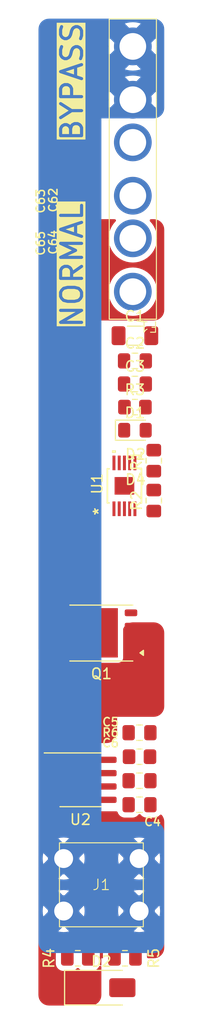
<source format=kicad_pcb>
(kicad_pcb (version 20240108) (generator "pcbnew") (generator_version "8.0")
  (layers (0 "F.Cu" signal) (31 "B.Cu" signal) (34 "B.Paste" user) (35 "F.Paste" user) (36 "B.SilkS" user "B.Silkscreen") (37 "F.SilkS" user "F.Silkscreen") (38 "B.Mask" user) (39 "F.Mask" user) (44 "Edge.Cuts" user))
  (net 0 "")
  (net 1 "GNDPWR")
  (net 2 "+5V")
  (net 3 "Net-(U1-BST)")
  (net 4 "Net-(Q1-S)")
  (net 5 "Net-(U2-FILTER)")
  (net 6 "GNDA")
  (net 7 "+3.3V")
  (net 8 "/CURRENT_ADC")
  (net 9 "Net-(D1-A)")
  (net 10 "Net-(D2-K)")
  (net 11 "Net-(Q1-D)")
  (net 12 "+24V")
  (net 13 "Net-(Q1-G)")
  (net 14 "/PWM")
  (net 15 "/VOLT_ADC")
  (net 16 "Net-(U1-TGUP)")
  (net 17 "Net-(U1-TGDN)")
  (net 18 "Net-(U2-VIOUT)")
  (footprint "Resistor_SMD:R_0805_2012Metric_Pad1.20x1.40mm_HandSolder" (layer "F.Cu") (at 102.2 73.4 90)
    (property "Reference" "R1" (at 0 -1.65 90) (layer "F.SilkS"))
    (property "Value" "1k")
    (fp_line (start -0.227064 -0.735) (end 0.227064 -0.735) (stroke (width 0.12)) (layer "F.SilkS"))
    (fp_line (start -0.227064 0.735) (end 0.227064 0.735) (stroke (width 0.12)) (layer "F.SilkS"))
    (pad "1" smd roundrect (at -1 0 90) (size 1.2 1.4) (layers "F.Cu" "F.Paste" "F.Mask") (roundrect_rratio 0.208333) (net 14 "/PWM"))
    (pad "2" smd roundrect (at 1 0 90) (size 1.2 1.4) (layers "F.Cu" "F.Paste" "F.Mask") (roundrect_rratio 0.208333) (net 9 "Net-(D1-A)"))
  )
  (footprint "Resistor_SMD:R_0805_2012Metric_Pad1.20x1.40mm_HandSolder" (layer "F.Cu") (at 102.2 77.2 90)
    (property "Reference" "R2" (at 0 -1.65 90) (layer "F.SilkS"))
    (property "Value" "300K 0.1%")
    (fp_line (start -0.227064 -0.735) (end 0.227064 -0.735) (stroke (width 0.12)) (layer "F.SilkS"))
    (fp_line (start -0.227064 0.735) (end 0.227064 0.735) (stroke (width 0.12)) (layer "F.SilkS"))
    (pad "1" smd roundrect (at -1 0 90) (size 1.2 1.4) (layers "F.Cu" "F.Paste" "F.Mask") (roundrect_rratio 0.208333) (net 15 "/VOLT_ADC"))
    (pad "2" smd roundrect (at 1 0 90) (size 1.2 1.4) (layers "F.Cu" "F.Paste" "F.Mask") (roundrect_rratio 0.208333) (net 10 "Net-(D2-K)"))
  )
  (footprint "Resistor_SMD:R_0805_2012Metric_Pad1.20x1.40mm_HandSolder" (layer "F.Cu") (at 100.4 68.3)
    (property "Reference" "R3" (at 0 -1.65 0) (layer "F.SilkS"))
    (property "Value" "22K 0.1%")
    (fp_line (start -0.227064 -0.735) (end 0.227064 -0.735) (stroke (width 0.12)) (layer "F.SilkS"))
    (fp_line (start -0.227064 0.735) (end 0.227064 0.735) (stroke (width 0.12)) (layer "F.SilkS"))
    (pad "1" smd roundrect (at -1 0) (size 1.2 1.4) (layers "F.Cu" "F.Paste" "F.Mask") (roundrect_rratio 0.208333) (net 1 "GNDPWR"))
    (pad "2" smd roundrect (at 1 0) (size 1.2 1.4) (layers "F.Cu" "F.Paste" "F.Mask") (roundrect_rratio 0.208333) (net 15 "/VOLT_ADC"))
  )
  (footprint "Resistor_SMD:R_0805_2012Metric_Pad1.20x1.40mm_HandSolder" (layer "F.Cu") (at 100.838 101.6 180)
    (property "Reference" "R6" (at 3.638 2.3 0) (layer "F.SilkS") (effects (font (size 0.8 0.8)) (justify left)))
    (property "Value" "1k")
    (fp_line (start -0.227064 0.735) (end 0.227064 0.735) (stroke (width 0.12)) (layer "F.SilkS"))
    (fp_line (start -0.227064 -0.735) (end 0.227064 -0.735) (stroke (width 0.12)) (layer "F.SilkS"))
    (pad "1" smd roundrect (at -1 0 180) (size 1.2 1.4) (layers "F.Cu" "F.Paste" "F.Mask") (roundrect_rratio 0.208333) (net 8 "/CURRENT_ADC"))
    (pad "2" smd roundrect (at 1 0 180) (size 1.2 1.4) (layers "F.Cu" "F.Paste" "F.Mask") (roundrect_rratio 0.208333) (net 18 "Net-(U2-VIOUT)"))
  )
  (footprint "Capacitor_SMD:C_0805_2012Metric_Pad1.18x1.45mm_HandSolder" (layer "F.Cu") (at 100.4 66.1)
    (property "Reference" "C3" (at 0 -1.68 0) (layer "F.SilkS"))
    (property "Value" "100nF")
    (fp_line (start -0.261252 -0.735) (end 0.261252 -0.735) (stroke (width 0.12)) (layer "F.SilkS"))
    (fp_line (start -0.261252 0.735) (end 0.261252 0.735) (stroke (width 0.12)) (layer "F.SilkS"))
    (pad "1" smd roundrect (at -1.0375 0) (size 1.175 1.45) (layers "F.Cu" "F.Paste" "F.Mask") (roundrect_rratio 0.212766) (net 3 "Net-(U1-BST)"))
    (pad "2" smd roundrect (at 1.0375 0) (size 1.175 1.45) (layers "F.Cu" "F.Paste" "F.Mask") (roundrect_rratio 0.212766) (net 4 "Net-(Q1-S)"))
  )
  (footprint "Capacitor_SMD:C_1206_3216Metric_Pad1.33x1.80mm_HandSolder" (layer "F.Cu") (at 100.4 61.5)
    (property "Reference" "C1" (at 0 -1.85 0) (layer "F.SilkS"))
    (property "Value" "10uF/35v")
    (fp_line (start -0.711252 -0.91) (end 0.711252 -0.91) (stroke (width 0.12)) (layer "F.SilkS"))
    (fp_line (start -0.711252 0.91) (end 0.711252 0.91) (stroke (width 0.12)) (layer "F.SilkS"))
    (pad "1" smd roundrect (at -1.5625 0) (size 1.325 1.8) (layers "F.Cu" "F.Paste" "F.Mask") (roundrect_rratio 0.188679) (net 2 "+5V"))
    (pad "2" smd roundrect (at 1.5625 0) (size 1.325 1.8) (layers "F.Cu" "F.Paste" "F.Mask") (roundrect_rratio 0.188679) (net 1 "GNDPWR"))
  )
  (footprint "yarrboard:ATC Bypass Fuse" (layer "F.Cu") (at 100.2 45.626 90)
    (property "Reference" "F1" (at -15 1.5 180) (layer "F.SilkS") (effects (font (thickness 0.1))))
    (property "Value" "ATC Fuse Bypass")
    (fp_rect (start -14.3 -2.25) (end 14.3 2.25) (stroke (width 0.1)) (fill none) (layer "F.SilkS"))
    (pad "1" thru_hole circle (at -11.68 0 90) (size 3.6 3.6) (drill 2.54) (layers "*.Cu" "*.Mask") (net 11 "Net-(Q1-D)"))
    (pad "1" thru_hole circle (at -6.6 0 90) (size 3.6 3.6) (drill 2.54) (layers "*.Cu" "*.Mask") (net 11 "Net-(Q1-D)"))
    (pad "2" thru_hole circle (at -2.54 0 90) (size 3.6 3.6) (drill 2.54) (layers "*.Cu" "*.Mask") (net 12 "+24V"))
    (pad "2" thru_hole circle (at 2.54 0 90) (size 3.6 3.6) (drill 2.54) (layers "*.Cu" "*.Mask") (net 12 "+24V"))
    (pad "3" thru_hole circle (at 6.6 0 90) (size 3.6 3.6) (drill 2.54) (layers "*.Cu" "*.Mask") (net 10 "Net-(D2-K)"))
    (pad "3" thru_hole circle (at 11.68 0 90) (size 3.6 3.6) (drill 2.54) (layers "*.Cu" "*.Mask") (net 10 "Net-(D2-K)"))
  )
  (footprint "LED_SMD:LED_0805_2012Metric_Pad1.15x1.40mm_HandSolder" (layer "F.Cu") (at 100.4 70.5)
    (property "Reference" "D1" (at 0 -1.65 0) (layer "F.SilkS"))
    (property "Value" "LED")
    (fp_line (start -1.86 -0.96) (end -1.86 0.96) (stroke (width 0.12)) (layer "F.SilkS"))
    (fp_line (start -1.86 0.96) (end 1 0.96) (stroke (width 0.12)) (layer "F.SilkS"))
    (fp_line (start 1 -0.96) (end -1.86 -0.96) (stroke (width 0.12)) (layer "F.SilkS"))
    (pad "1" smd roundrect (at -1.025 0) (size 1.15 1.4) (layers "F.Cu" "F.Paste" "F.Mask") (roundrect_rratio 0.217391) (net 1 "GNDPWR"))
    (pad "2" smd roundrect (at 1.025 0) (size 1.15 1.4) (layers "F.Cu" "F.Paste" "F.Mask") (roundrect_rratio 0.217391) (net 9 "Net-(D1-A)"))
  )
  (footprint "Capacitor_SMD:C_0805_2012Metric_Pad1.18x1.45mm_HandSolder" (layer "F.Cu") (at 100.4 63.9)
    (property "Reference" "C2" (at 0 -1.68 0) (layer "F.SilkS"))
    (property "Value" "100nF/50v")
    (fp_line (start -0.261252 -0.735) (end 0.261252 -0.735) (stroke (width 0.12)) (layer "F.SilkS"))
    (fp_line (start -0.261252 0.735) (end 0.261252 0.735) (stroke (width 0.12)) (layer "F.SilkS"))
    (pad "1" smd roundrect (at -1.0375 0) (size 1.175 1.45) (layers "F.Cu" "F.Paste" "F.Mask") (roundrect_rratio 0.212766) (net 2 "+5V"))
    (pad "2" smd roundrect (at 1.0375 0) (size 1.175 1.45) (layers "F.Cu" "F.Paste" "F.Mask") (roundrect_rratio 0.212766) (net 1 "GNDPWR"))
  )
  (footprint "Diode_SMD:D_SMA" (layer "F.Cu") (at 97.2 123.6)
    (property "Reference" "D2" (at 0 -2.5 0) (layer "F.SilkS"))
    (property "Value" "SS16")
    (fp_line (start -3.51 -1.65) (end -3.51 1.65) (stroke (width 0.12)) (layer "F.SilkS"))
    (fp_line (start -3.51 -1.65) (end 2 -1.65) (stroke (width 0.12)) (layer "F.SilkS"))
    (fp_line (start -3.51 1.65) (end 2 1.65) (stroke (width 0.12)) (layer "F.SilkS"))
    (pad "1" smd roundrect (at -2 0) (size 2.5 1.8) (layers "F.Cu" "F.Paste" "F.Mask") (roundrect_rratio 0.1388888889) (net 10 "Net-(D2-K)"))
    (pad "2" smd roundrect (at 2 0) (size 2.5 1.8) (layers "F.Cu" "F.Paste" "F.Mask") (roundrect_rratio 0.1388888889) (net 1 "GNDPWR"))
  )
  (footprint "Capacitor_SMD:C_0805_2012Metric_Pad1.18x1.45mm_HandSolder" (layer "F.Cu") (at 100.838 99.314)
    (property "Reference" "C5" (at -3.638 -1.014 180) (layer "F.SilkS") (effects (font (size 0.8 0.8)) (justify left)))
    (property "Value" "100nF")
    (fp_line (start -0.261252 -0.735) (end 0.261252 -0.735) (stroke (width 0.12)) (layer "F.SilkS"))
    (fp_line (start -0.261252 0.735) (end 0.261252 0.735) (stroke (width 0.12)) (layer "F.SilkS"))
    (pad "1" smd roundrect (at -1.0375 0) (size 1.175 1.45) (layers "F.Cu" "F.Paste" "F.Mask") (roundrect_rratio 0.2127659574) (net 7 "+3.3V"))
    (pad "2" smd roundrect (at 1.0375 0) (size 1.175 1.45) (layers "F.Cu" "F.Paste" "F.Mask") (roundrect_rratio 0.2127659574) (net 6 "GNDA"))
  )
  (footprint "Capacitor_SMD:C_0805_2012Metric_Pad1.18x1.45mm_HandSolder" (layer "F.Cu") (at 100.838 106.172)
    (property "Reference" "C4" (at 0.362 1.628 0) (layer "F.SilkS") (effects (font (size 0.8 0.8)) (justify left)))
    (property "Value" "1nF")
    (fp_line (start -0.261252 -0.735) (end 0.261252 -0.735) (stroke (width 0.12)) (layer "F.SilkS"))
    (fp_line (start -0.261252 0.735) (end 0.261252 0.735) (stroke (width 0.12)) (layer "F.SilkS"))
    (pad "1" smd roundrect (at -1.0375 0) (size 1.175 1.45) (layers "F.Cu" "F.Paste" "F.Mask") (roundrect_rratio 0.2127659574) (net 5 "Net-(U2-FILTER)"))
    (pad "2" smd roundrect (at 1.0375 0) (size 1.175 1.45) (layers "F.Cu" "F.Paste" "F.Mask") (roundrect_rratio 0.2127659574) (net 6 "GNDA"))
  )
  (footprint "yarrboard:MSE_10_ADI" (layer "F.Cu") (at 99.4 75.8 90)
    (property "Reference" "U1" (at 0.2 -2.6 90) (layer "F.SilkS"))
    (property "Value" "LTC7004EMSE-PBF")
    (fp_line (start 1.6256 -1.6256) (end -1.6256 -1.6256) (stroke (width 0.1524)) (layer "F.SilkS"))
    (fp_line (start -1.6256 -1.6256) (end -1.6256 -1.472441) (stroke (width 0.1524)) (layer "F.SilkS"))
    (fp_line (start 1.6256 -1.472441) (end 1.6256 -1.6256) (stroke (width 0.1524)) (layer "F.SilkS"))
    (fp_line (start -1.6256 1.472441) (end -1.6256 1.6256) (stroke (width 0.1524)) (layer "F.SilkS"))
    (fp_line (start 1.6256 1.6256) (end 1.6256 1.472441) (stroke (width 0.1524)) (layer "F.SilkS"))
    (fp_line (start -1.6256 1.6256) (end 1.6256 1.6256) (stroke (width 0.1524)) (layer "F.SilkS"))
    (fp_poly (pts (xy 3.3909 -1.190501) (xy 3.3909 -0.809501) (xy 3.1369 -0.809501) (xy 3.1369 -1.190501)) (fill solid) (layer "F.SilkS"))
    (fp_text user "*" (at -2.4384 -2.4224 90) (layer "F.SilkS"))
    (fp_text user "*" (at -2.4384 -2.4224 90) (layer "F.SilkS"))
    (pad "1" smd rect (at -2.1844 -1.000001 90) (size 1.397 0.2794) (layers "F.Cu" "F.Paste" "F.Mask") (net 2 "+5V"))
    (pad "2" smd rect (at -2.1844 -0.499999 90) (size 1.397 0.2794) (layers "F.Cu" "F.Paste" "F.Mask") (net 1 "GNDPWR"))
    (pad "3" smd rect (at -2.1844 0 90) (size 1.397 0.2794) (layers "F.Cu" "F.Paste" "F.Mask") (net 1 "GNDPWR"))
    (pad "4" smd rect (at -2.1844 0.499999 90) (size 1.397 0.2794) (layers "F.Cu" "F.Paste" "F.Mask") (net 14 "/PWM"))
    (pad "5" smd rect (at -2.1844 1.000001 90) (size 1.397 0.2794) (layers "F.Cu" "F.Paste" "F.Mask") (net 1 "GNDPWR"))
    (pad "6" smd rect (at 2.1844 1.000001 90) (size 1.397 0.2794) (layers "F.Cu" "F.Paste" "F.Mask") (net 17 "Net-(U1-TGDN)"))
    (pad "7" smd rect (at 2.1844 0.499999 90) (size 1.397 0.2794) (layers "F.Cu" "F.Paste" "F.Mask") (net 16 "Net-(U1-TGUP)"))
    (pad "8" smd rect (at 2.1844 0 90) (size 1.397 0.2794) (layers "F.Cu" "F.Paste" "F.Mask") (net 4 "Net-(Q1-S)"))
    (pad "9" smd rect (at 2.1844 -0.499999 90) (size 1.397 0.2794) (layers "F.Cu" "F.Paste" "F.Mask") (net 3 "Net-(U1-BST)"))
    (pad "10" smd rect (at 2.1844 -1.000001 90) (size 1.397 0.2794) (layers "F.Cu" "F.Paste" "F.Mask"))
    (pad "EPAD" smd rect (at 0 0 90) (size 1.6764 1.8796) (layers "F.Cu" "F.Paste" "F.Mask") (net 1 "GNDPWR"))
  )
  (footprint "Capacitor_SMD:C_0805_2012Metric_Pad1.18x1.45mm_HandSolder" (layer "F.Cu") (at 100.838 103.886)
    (property "Reference" "C6" (at -3.638 -3.586 180) (layer "F.SilkS") (effects (font (size 0.8 0.8)) (justify left)))
    (property "Value" "4.7nF")
    (fp_line (start -0.261252 -0.735) (end 0.261252 -0.735) (stroke (width 0.12)) (layer "F.SilkS"))
    (fp_line (start -0.261252 0.735) (end 0.261252 0.735) (stroke (width 0.12)) (layer "F.SilkS"))
    (pad "1" smd roundrect (at -1.0375 0) (size 1.175 1.45) (layers "F.Cu" "F.Paste" "F.Mask") (roundrect_rratio 0.2127659574) (net 8 "/CURRENT_ADC"))
    (pad "2" smd roundrect (at 1.0375 0) (size 1.175 1.45) (layers "F.Cu" "F.Paste" "F.Mask") (roundrect_rratio 0.2127659574) (net 6 "GNDA"))
  )
  (footprint "yarrboard:ACS7XX" (layer "F.Cu") (at 95.2 103.8)
    (property "Reference" "U2" (at 0 3.7885 0) (layer "F.SilkS"))
    (property "Value" "ACS725xLCTR-20AU")
    (fp_line (start 0 -2.56) (end -3.45 -2.56) (stroke (width 0.12)) (layer "F.SilkS"))
    (fp_line (start 0 -2.56) (end 1.95 -2.56) (stroke (width 0.12)) (layer "F.SilkS"))
    (fp_line (start 0 2.56) (end -1.95 2.56) (stroke (width 0.12)) (layer "F.SilkS"))
    (fp_line (start 0 2.56) (end 1.95 2.56) (stroke (width 0.12)) (layer "F.SilkS"))
    (pad "1" smd roundrect (at -2.475 -1.905) (size 1.95 0.6) (layers "F.Cu" "F.Paste" "F.Mask") (net 4 "Net-(Q1-S)"))
    (pad "2" smd roundrect (at -2.475 -0.635) (size 1.95 0.6) (layers "F.Cu" "F.Paste" "F.Mask") (net 4 "Net-(Q1-S)"))
    (pad "3" smd roundrect (at -2.475 0.635) (size 1.95 0.6) (layers "F.Cu" "F.Paste" "F.Mask") (net 10 "Net-(D2-K)"))
    (pad "4" smd roundrect (at -2.475 1.905) (size 1.95 0.6) (layers "F.Cu" "F.Paste" "F.Mask") (net 10 "Net-(D2-K)"))
    (pad "5" smd roundrect (at 2.475 1.905) (size 1.95 0.6) (layers "F.Cu" "F.Paste" "F.Mask") (net 6 "GNDA"))
    (pad "6" smd roundrect (at 2.475 0.635) (size 1.95 0.6) (layers "F.Cu" "F.Paste" "F.Mask") (net 5 "Net-(U2-FILTER)"))
    (pad "7" smd roundrect (at 2.475 -0.635) (size 1.95 0.6) (layers "F.Cu" "F.Paste" "F.Mask") (net 18 "Net-(U2-VIOUT)"))
    (pad "8" smd roundrect (at 2.475 -1.905) (size 1.95 0.6) (layers "F.Cu" "F.Paste" "F.Mask") (net 7 "+3.3V"))
    (zone (net 0) (net_name "") (layer "F.Cu") (connect_pads (clearance 0)) (min_thickness 0.25)
      (keepout (tracks not_allowed) (vias not_allowed) (pads not_allowed) (copperpour not_allowed) (footprints allowed))
      (fill (thermal_gap 0.5) (thermal_bridge_width 0.5))
      (polygon (pts (xy 93.93 100.625) (xy 93.93 106.975) (xy 96.47 106.975) (xy 96.47 100.625)))
    )
  )
  (footprint "Resistor_SMD:R_0805_2012Metric_Pad1.20x1.40mm_HandSolder" (layer "F.Cu") (at 99.45 120.8 180)
    (property "Reference" "R5" (at -2.75 0 90) (layer "F.SilkS"))
    (property "Value" "0R")
    (fp_line (start -0.227064 0.735) (end 0.227064 0.735) (stroke (width 0.12)) (layer "F.SilkS"))
    (fp_line (start -0.227064 -0.735) (end 0.227064 -0.735) (stroke (width 0.12)) (layer "F.SilkS"))
    (pad "1" smd roundrect (at -1 0 180) (size 1.2 1.4) (layers "F.Cu" "F.Paste" "F.Mask") (roundrect_rratio 0.208333) (net 13 "Net-(Q1-G)"))
    (pad "2" smd roundrect (at 1 0 180) (size 1.2 1.4) (layers "F.Cu" "F.Paste" "F.Mask") (roundrect_rratio 0.208333) (net 17 "Net-(U1-TGDN)"))
  )
  (footprint "yarrboard:T44001" (layer "F.Cu") (at 97.2 113.8 90)
    (property "Reference" "J1" (at 0 0 0) (layer "F.SilkS") (effects (font (thickness 0.1))))
    (property "Value" "Conn_01x01")
    (fp_rect (start -4 -4) (end 4 4) (stroke (width 0.1)) (fill none) (layer "F.SilkS"))
    (pad "1" thru_hole circle (at -2.5 -3.6 90) (size 3 3) (drill 1.8) (layers "*.Cu" "*.Mask") (net 10 "Net-(D2-K)"))
    (pad "1" thru_hole circle (at -2.5 3.6 90) (size 3 3) (drill 1.8) (layers "*.Cu" "*.Mask") (net 10 "Net-(D2-K)"))
    (pad "1" thru_hole circle (at 2.5 -3.6 90) (size 3 3) (drill 1.8) (layers "*.Cu" "*.Mask") (net 10 "Net-(D2-K)"))
    (pad "1" thru_hole circle (at 2.5 3.6 90) (size 3 3) (drill 1.8) (layers "*.Cu" "*.Mask") (net 10 "Net-(D2-K)"))
  )
  (footprint "yarrboard:Infineon_PG-TDSON-8_6.15x5.15mm" (layer "F.Cu") (at 97.2 89.8 180)
    (property "Reference" "Q1" (at 0 -3.9 0) (layer "F.SilkS"))
    (property "Value" "ISC011N06LM5ATMA1")
    (fp_line (start 3.005 2.64) (end -2.995 2.64) (stroke (width 0.12)) (layer "F.SilkS"))
    (fp_line (start 3.005 -2.685) (end -2.995 -2.685) (stroke (width 0.12)) (layer "F.SilkS"))
    (fp_poly (pts (xy -3.681827 -1.91) (xy -4.011827 -1.67) (xy -4.011827 -2.15) (xy -3.681827 -1.91)) (stroke (width 0.12)) (fill solid) (layer "F.SilkS"))
    (pad "1" smd rect (at 0.675 0 180) (size 4.5 4.7) (layers "F.Cu" "F.Mask") (net 11 "Net-(Q1-D)"))
    (pad "1" smd roundrect (at 2.925 -1.995 180) (size 1 0.7) (layers "F.Cu" "F.Paste" "F.Mask") (net 11 "Net-(Q1-D)"))
    (pad "1" smd roundrect (at 2.925 -0.665 180) (size 1 0.7) (layers "F.Cu" "F.Paste" "F.Mask") (net 11 "Net-(Q1-D)"))
    (pad "1" smd roundrect (at 2.925 0.665 180) (size 1 0.7) (layers "F.Cu" "F.Paste" "F.Mask") (net 11 "Net-(Q1-D)"))
    (pad "1" smd roundrect (at 2.925 1.995 180) (size 1 0.7) (layers "F.Cu" "F.Paste" "F.Mask") (net 11 "Net-(Q1-D)"))
    (pad "2" smd roundrect (at -2.825 1.905 180) (size 1.2 0.65) (layers "F.Cu" "F.Paste" "F.Mask") (net 13 "Net-(Q1-G)"))
    (pad "3" smd roundrect (at -2.825 -1.905 180) (size 1.2 0.65) (layers "F.Cu" "F.Paste" "F.Mask") (net 4 "Net-(Q1-S)"))
    (pad "3" smd roundrect (at -2.825 -0.635 180) (size 1.2 0.65) (layers "F.Cu" "F.Paste" "F.Mask") (net 4 "Net-(Q1-S)"))
    (pad "3" smd roundrect (at -2.825 0.635 180) (size 1.2 0.65) (layers "F.Cu" "F.Paste" "F.Mask") (net 4 "Net-(Q1-S)"))
  )
  (footprint "Resistor_SMD:R_0805_2012Metric_Pad1.20x1.40mm_HandSolder" (layer "F.Cu") (at 94.95 120.8 180)
    (property "Reference" "R4" (at 2.75 0 90) (layer "F.SilkS"))
    (property "Value" "0R")
    (fp_line (start -0.227064 0.735) (end 0.227064 0.735) (stroke (width 0.12)) (layer "F.SilkS"))
    (fp_line (start -0.227064 -0.735) (end 0.227064 -0.735) (stroke (width 0.12)) (layer "F.SilkS"))
    (pad "1" smd roundrect (at -1 0 180) (size 1.2 1.4) (layers "F.Cu" "F.Paste" "F.Mask") (roundrect_rratio 0.208333) (net 13 "Net-(Q1-G)"))
    (pad "2" smd roundrect (at 1 0 180) (size 1.2 1.4) (layers "F.Cu" "F.Paste" "F.Mask") (roundrect_rratio 0.208333) (net 16 "Net-(U1-TGUP)"))
  )
  (gr_text "C63" (at 91.4 48.68 90) (layer "F.SilkS") (effects (font (size 0.8 0.8))))
  (gr_text "C64" (at 92.6 52.6 90) (layer "F.SilkS") (effects (font (size 0.8 0.8))))
  (gr_text "C62" (at 92.6 48.58 90) (layer "F.SilkS") (effects (font (size 0.8 0.8))))
  (gr_text "NORMAL" (at 94.4 54.8 90) (layer "F.SilkS" knockout) (effects (font (size 2 2) (thickness 0.3))))
  (gr_text "D2" (at 100.45 72.8 0) (layer "F.SilkS") (effects (font (size 1 1))))
  (gr_text "D4" (at 100.45 75.2 0) (layer "F.SilkS") (effects (font (size 1 1))))
  (gr_text "C65" (at 91.4 52.7 90) (layer "F.SilkS") (effects (font (size 0.8 0.8))))
  (gr_text "BYPASS" (at 94.4 37.3 90) (layer "F.SilkS" knockout) (effects (font (size 2 2) (thickness 0.3))))
  (zone (net 10) (net_name "Net-(D2-K)") (layer "F.Cu") (priority 4) (connect_pads thru_hole_only (clearance 0.5)) (min_thickness 0.25) (fill yes (thermal_gap 0.5) (thermal_bridge_width 2) (smoothing fillet) (radius 1))
    (polygon (pts (xy 95.2 103.8) (xy 95.2 106.8) (xy 103.2 106.8) (xy 103.2 120.8) (xy 97.2 120.8) (xy 97.2 125.3) (xy 91.192 125.3) (xy 91.2 103.8)))
  )
  (zone (net 4) (net_name "Net-(Q1-S)") (layer "F.Cu") (priority 5) (connect_pads yes (clearance 0.5)) (min_thickness 0.25) (fill yes (thermal_gap 0.5) (thermal_bridge_width 0.5) (smoothing fillet) (radius 1))
    (polygon (pts (xy 95.2 103.8) (xy 95.2 100.3) (xy 98.7 100.3) (xy 98.7 97.8) (xy 103.2 97.8) (xy 103.2 88.8) (xy 99.2 88.8) (xy 99.2 92.3) (xy 91.2 92.3) (xy 91.2 103.8)))
  )
  (zone (net 9) (net_name "Net-(D1-A)") (layer "F.Cu") (priority 7) (connect_pads thru_hole_only (clearance 0.5)) (min_thickness 0.25) (fill yes (thermal_gap 0.4) (thermal_bridge_width 2) (smoothing fillet) (radius 1))
    (polygon (pts (xy 103.2 50.4) (xy 91.2 50.4) (xy 91.2 92.3) (xy 98.7 92.3) (xy 98.7 87.8) (xy 97.2 87.8) (xy 97.2 60.05) (xy 103.2 60.05)))
  )
  (zone (net 10) (net_name "Net-(D2-K)") (layer "B.Cu") (priority 6) (connect_pads thru_hole_only (clearance 0.5)) (min_thickness 0.25) (fill yes (thermal_gap 0.5) (thermal_bridge_width 2) (smoothing fillet) (radius 1))
    (polygon (pts (xy 91.2 120.3) (xy 91.2 31.3) (xy 103.2 31.3) (xy 103.2 40.8) (xy 97.2 40.8) (xy 97.2 107.8) (xy 103.2 107.8) (xy 103.2 120.3)))
  )
)
</source>
